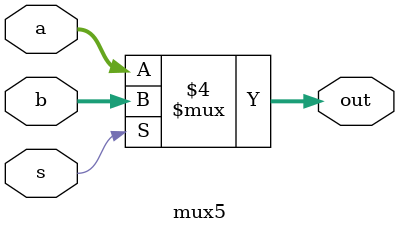
<source format=v>
`timescale 1ns / 1ps
module mux5(
    input [4:0] a,
    input [4:0] b,
    input s,
    output reg [4:0] out
);

always @ (*)
begin
    if(s == 0)
        out <= a;
    else 
        out <= b;
end

endmodule

</source>
